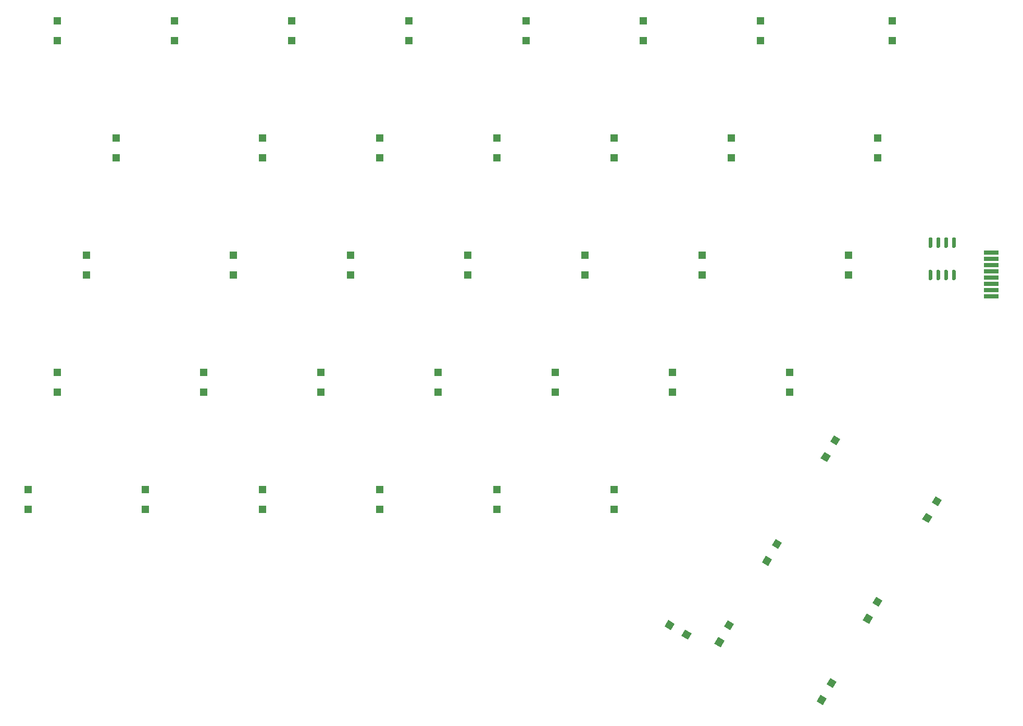
<source format=gbr>
G04 #@! TF.GenerationSoftware,KiCad,Pcbnew,(5.99.0-2039-g05a89863c)*
G04 #@! TF.CreationDate,2020-06-27T09:00:49+08:00*
G04 #@! TF.ProjectId,Keyboard-layout,4b657962-6f61-4726-942d-6c61796f7574,rev?*
G04 #@! TF.SameCoordinates,Original*
G04 #@! TF.FileFunction,Paste,Top*
G04 #@! TF.FilePolarity,Positive*
%FSLAX46Y46*%
G04 Gerber Fmt 4.6, Leading zero omitted, Abs format (unit mm)*
G04 Created by KiCad (PCBNEW (5.99.0-2039-g05a89863c)) date 2020-06-27 09:00:49*
%MOMM*%
%LPD*%
G01*
G04 APERTURE LIST*
%ADD10R,1.200000X1.200000*%
%ADD11R,2.400000X0.700000*%
G04 APERTURE END LIST*
G36*
X144677605Y-126551885D02*
G01*
X144077605Y-127591115D01*
X143038375Y-126991115D01*
X143638375Y-125951885D01*
X144677605Y-126551885D01*
G37*
G36*
X141949625Y-124976885D02*
G01*
X141349625Y-126016115D01*
X140310395Y-125416115D01*
X140910395Y-124376885D01*
X141949625Y-124976885D01*
G37*
D10*
X174937500Y-49200000D03*
X174937500Y-46050000D03*
X177318750Y-30150000D03*
X177318750Y-27000000D03*
X36825000Y-106350000D03*
X36825000Y-103200000D03*
X127312500Y-68250000D03*
X127312500Y-65100000D03*
X41587500Y-30150000D03*
X41587500Y-27000000D03*
X60637500Y-30150000D03*
X60637500Y-27000000D03*
G36*
G01*
X187175000Y-67459000D02*
X187475000Y-67459000D01*
G75*
G02*
X187625000Y-67609000I0J-150000D01*
G01*
X187625000Y-68959000D01*
G75*
G02*
X187475000Y-69109000I-150000J0D01*
G01*
X187175000Y-69109000D01*
G75*
G02*
X187025000Y-68959000I0J150000D01*
G01*
X187025000Y-67609000D01*
G75*
G02*
X187175000Y-67459000I150000J0D01*
G01*
G37*
G36*
G01*
X185905000Y-67459000D02*
X186205000Y-67459000D01*
G75*
G02*
X186355000Y-67609000I0J-150000D01*
G01*
X186355000Y-68959000D01*
G75*
G02*
X186205000Y-69109000I-150000J0D01*
G01*
X185905000Y-69109000D01*
G75*
G02*
X185755000Y-68959000I0J150000D01*
G01*
X185755000Y-67609000D01*
G75*
G02*
X185905000Y-67459000I150000J0D01*
G01*
G37*
G36*
G01*
X184635000Y-67459000D02*
X184935000Y-67459000D01*
G75*
G02*
X185085000Y-67609000I0J-150000D01*
G01*
X185085000Y-68959000D01*
G75*
G02*
X184935000Y-69109000I-150000J0D01*
G01*
X184635000Y-69109000D01*
G75*
G02*
X184485000Y-68959000I0J150000D01*
G01*
X184485000Y-67609000D01*
G75*
G02*
X184635000Y-67459000I150000J0D01*
G01*
G37*
G36*
G01*
X183365000Y-67459000D02*
X183665000Y-67459000D01*
G75*
G02*
X183815000Y-67609000I0J-150000D01*
G01*
X183815000Y-68959000D01*
G75*
G02*
X183665000Y-69109000I-150000J0D01*
G01*
X183365000Y-69109000D01*
G75*
G02*
X183215000Y-68959000I0J150000D01*
G01*
X183215000Y-67609000D01*
G75*
G02*
X183365000Y-67459000I150000J0D01*
G01*
G37*
G36*
G01*
X183365000Y-62209000D02*
X183665000Y-62209000D01*
G75*
G02*
X183815000Y-62359000I0J-150000D01*
G01*
X183815000Y-63709000D01*
G75*
G02*
X183665000Y-63859000I-150000J0D01*
G01*
X183365000Y-63859000D01*
G75*
G02*
X183215000Y-63709000I0J150000D01*
G01*
X183215000Y-62359000D01*
G75*
G02*
X183365000Y-62209000I150000J0D01*
G01*
G37*
G36*
G01*
X184635000Y-62209000D02*
X184935000Y-62209000D01*
G75*
G02*
X185085000Y-62359000I0J-150000D01*
G01*
X185085000Y-63709000D01*
G75*
G02*
X184935000Y-63859000I-150000J0D01*
G01*
X184635000Y-63859000D01*
G75*
G02*
X184485000Y-63709000I0J150000D01*
G01*
X184485000Y-62359000D01*
G75*
G02*
X184635000Y-62209000I150000J0D01*
G01*
G37*
G36*
G01*
X185905000Y-62209000D02*
X186205000Y-62209000D01*
G75*
G02*
X186355000Y-62359000I0J-150000D01*
G01*
X186355000Y-63709000D01*
G75*
G02*
X186205000Y-63859000I-150000J0D01*
G01*
X185905000Y-63859000D01*
G75*
G02*
X185755000Y-63709000I0J150000D01*
G01*
X185755000Y-62359000D01*
G75*
G02*
X185905000Y-62209000I150000J0D01*
G01*
G37*
G36*
G01*
X187175000Y-62209000D02*
X187475000Y-62209000D01*
G75*
G02*
X187625000Y-62359000I0J-150000D01*
G01*
X187625000Y-63709000D01*
G75*
G02*
X187475000Y-63859000I-150000J0D01*
G01*
X187175000Y-63859000D01*
G75*
G02*
X187025000Y-63709000I0J150000D01*
G01*
X187025000Y-62359000D01*
G75*
G02*
X187175000Y-62209000I150000J0D01*
G01*
G37*
D11*
X193405000Y-71769000D03*
X193405000Y-70749000D03*
X193405000Y-69729000D03*
X193405000Y-68709000D03*
X193405000Y-67689000D03*
X193405000Y-66669000D03*
X193405000Y-65649000D03*
X193405000Y-64629000D03*
D10*
X136837500Y-30150000D03*
X136837500Y-27000000D03*
G36*
X167191885Y-133833395D02*
G01*
X168231115Y-134433395D01*
X167631115Y-135472625D01*
X166591885Y-134872625D01*
X167191885Y-133833395D01*
G37*
G36*
X165616885Y-136561375D02*
G01*
X166656115Y-137161375D01*
X166056115Y-138200605D01*
X165016885Y-137600605D01*
X165616885Y-136561375D01*
G37*
X103500000Y-87300000D03*
X103500000Y-84150000D03*
X132075000Y-49200000D03*
X132075000Y-46050000D03*
X132075000Y-106350000D03*
X132075000Y-103200000D03*
G36*
X173549115Y-124992605D02*
G01*
X172509885Y-124392605D01*
X173109885Y-123353375D01*
X174149115Y-123953375D01*
X173549115Y-124992605D01*
G37*
G36*
X175124115Y-122264625D02*
G01*
X174084885Y-121664625D01*
X174684885Y-120625395D01*
X175724115Y-121225395D01*
X175124115Y-122264625D01*
G37*
G36*
X183201115Y-108609605D02*
G01*
X182161885Y-108009605D01*
X182761885Y-106970375D01*
X183801115Y-107570375D01*
X183201115Y-108609605D01*
G37*
G36*
X184776115Y-105881625D02*
G01*
X183736885Y-105281625D01*
X184336885Y-104242395D01*
X185376115Y-104842395D01*
X184776115Y-105881625D01*
G37*
X98737500Y-30150000D03*
X98737500Y-27000000D03*
G36*
X166691115Y-98703605D02*
G01*
X165651885Y-98103605D01*
X166251885Y-97064375D01*
X167291115Y-97664375D01*
X166691115Y-98703605D01*
G37*
G36*
X168266115Y-95975625D02*
G01*
X167226885Y-95375625D01*
X167826885Y-94336395D01*
X168866115Y-94936395D01*
X168266115Y-95975625D01*
G37*
X155887500Y-30150000D03*
X155887500Y-27000000D03*
X79687500Y-30150000D03*
X79687500Y-27000000D03*
G36*
X150554885Y-124435395D02*
G01*
X151594115Y-125035395D01*
X150994115Y-126074625D01*
X149954885Y-125474625D01*
X150554885Y-124435395D01*
G37*
G36*
X148979885Y-127163375D02*
G01*
X150019115Y-127763375D01*
X149419115Y-128802605D01*
X148379885Y-128202605D01*
X148979885Y-127163375D01*
G37*
X170225800Y-68250000D03*
X170225800Y-65100000D03*
X117787500Y-30150000D03*
X117787500Y-27000000D03*
X74925000Y-49200000D03*
X74925000Y-46050000D03*
X160650000Y-87300000D03*
X160650000Y-84150000D03*
X146362500Y-68250000D03*
X146362500Y-65100000D03*
X113025000Y-49200000D03*
X113025000Y-46050000D03*
X46350000Y-68250000D03*
X46350000Y-65100000D03*
X74925000Y-106350000D03*
X74925000Y-103200000D03*
X108262500Y-68250000D03*
X108262500Y-65100000D03*
X70162500Y-68250000D03*
X70162500Y-65100000D03*
X55875000Y-106350000D03*
X55875000Y-103200000D03*
X141600000Y-87300000D03*
X141600000Y-84150000D03*
X65400000Y-87300000D03*
X65400000Y-84150000D03*
X41587500Y-87300000D03*
X41587500Y-84150000D03*
X113025000Y-106350000D03*
X113025000Y-103200000D03*
X51112500Y-49200000D03*
X51112500Y-46050000D03*
X122550000Y-87300000D03*
X122550000Y-84150000D03*
X93975000Y-49200000D03*
X93975000Y-46050000D03*
X84450000Y-87300000D03*
X84450000Y-84150000D03*
X93975000Y-106350000D03*
X93975000Y-103200000D03*
X151125000Y-49200000D03*
X151125000Y-46050000D03*
X89212500Y-68250000D03*
X89212500Y-65100000D03*
G36*
X157166115Y-115594605D02*
G01*
X156126885Y-114994605D01*
X156726885Y-113955375D01*
X157766115Y-114555375D01*
X157166115Y-115594605D01*
G37*
G36*
X158741115Y-112866625D02*
G01*
X157701885Y-112266625D01*
X158301885Y-111227395D01*
X159341115Y-111827395D01*
X158741115Y-112866625D01*
G37*
M02*

</source>
